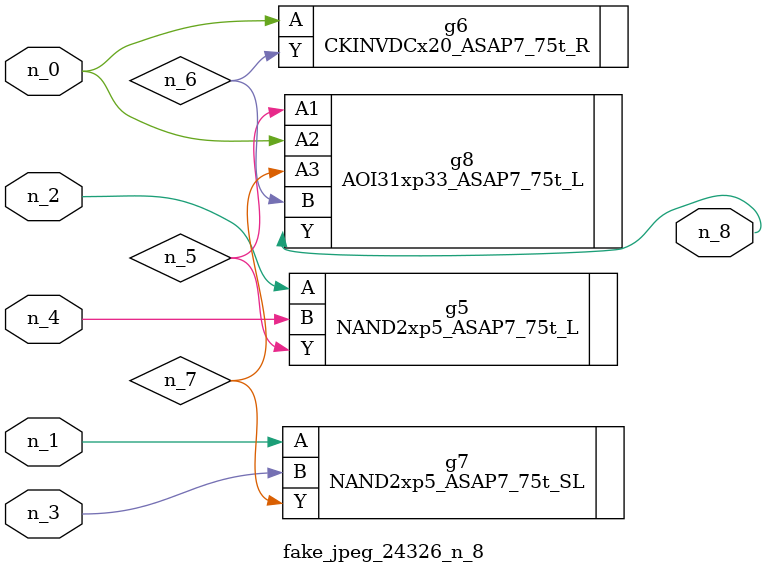
<source format=v>
module fake_jpeg_24326_n_8 (n_3, n_2, n_1, n_0, n_4, n_8);

input n_3;
input n_2;
input n_1;
input n_0;
input n_4;

output n_8;

wire n_6;
wire n_5;
wire n_7;

NAND2xp5_ASAP7_75t_L g5 ( 
.A(n_2),
.B(n_4),
.Y(n_5)
);

CKINVDCx20_ASAP7_75t_R g6 ( 
.A(n_0),
.Y(n_6)
);

NAND2xp5_ASAP7_75t_SL g7 ( 
.A(n_1),
.B(n_3),
.Y(n_7)
);

AOI31xp33_ASAP7_75t_L g8 ( 
.A1(n_5),
.A2(n_0),
.A3(n_7),
.B(n_6),
.Y(n_8)
);


endmodule
</source>
